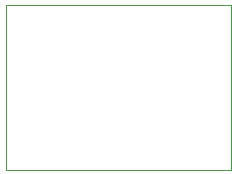
<source format=gbr>
G04 #@! TF.GenerationSoftware,KiCad,Pcbnew,(5.1.2)-2*
G04 #@! TF.CreationDate,2019-08-09T21:51:20-03:00*
G04 #@! TF.ProjectId,ma_a,6d61e761-2e6b-4696-9361-645f70636258,rev?*
G04 #@! TF.SameCoordinates,Original*
G04 #@! TF.FileFunction,Profile,NP*
%FSLAX46Y46*%
G04 Gerber Fmt 4.6, Leading zero omitted, Abs format (unit mm)*
G04 Created by KiCad (PCBNEW (5.1.2)-2) date 2019-08-09 21:51:20*
%MOMM*%
%LPD*%
G04 APERTURE LIST*
%ADD10C,0.050000*%
G04 APERTURE END LIST*
D10*
X127000000Y-85090000D02*
X127000000Y-71120000D01*
X146050000Y-85090000D02*
X127000000Y-85090000D01*
X146050000Y-71120000D02*
X146050000Y-85090000D01*
X127000000Y-71120000D02*
X146050000Y-71120000D01*
M02*

</source>
